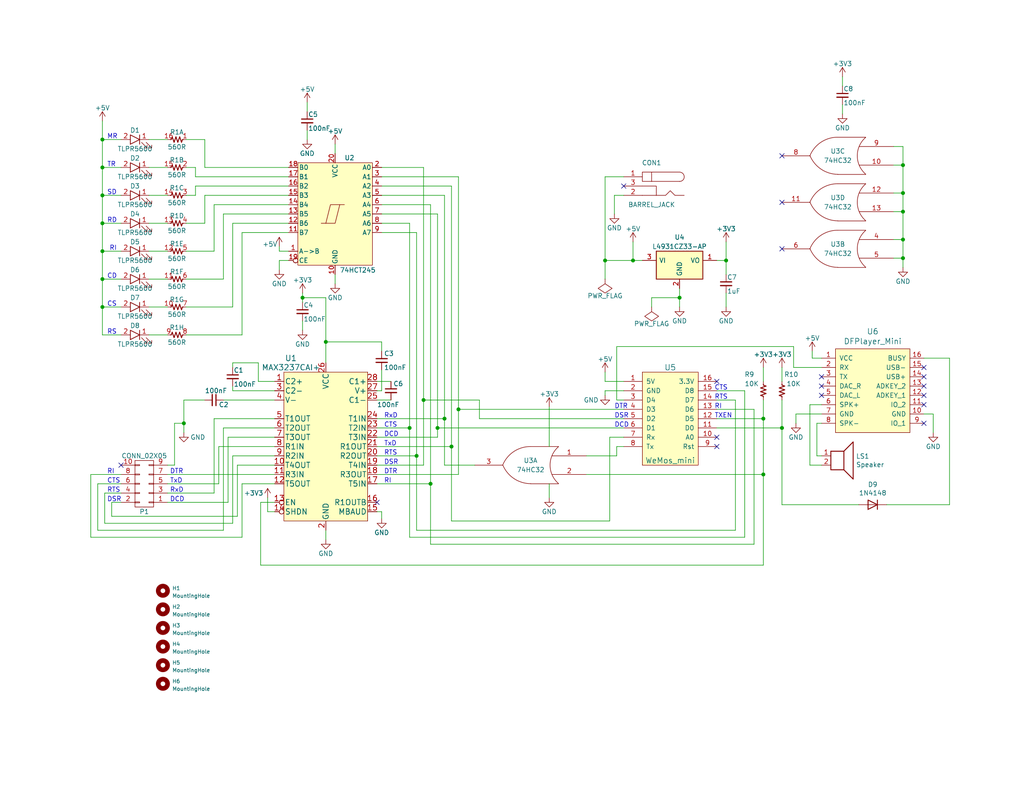
<source format=kicad_sch>
(kicad_sch (version 20211123) (generator eeschema)
  (paper "USLetter")
  (title_block (title "Retro WiFi modem") (date "2022-10-21") (rev "2.0"))
  (junction (at 125.095 111.76))
  (junction (at 185.42 81.28))
  (junction (at 208.28 114.3))
  (junction (at 246.38 57.785))
  (junction (at 117.475 132.08))
  (junction (at 246.38 45.085))
  (junction (at 246.38 70.485))
  (junction (at 113.665 124.46))
  (junction (at 172.72 71.12))
  (junction (at 50.165 115.57))
  (junction (at 27.94 83.82))
  (junction (at 27.94 68.58))
  (junction (at 27.94 38.1))
  (junction (at 119.38 116.84))
  (junction (at 27.94 53.34))
  (junction (at 82.55 81.28))
  (junction (at 27.94 45.72))
  (junction (at 123.19 121.92))
  (junction (at 88.9 93.345))
  (junction (at 121.285 114.3))
  (junction (at 246.38 65.405))
  (junction (at 213.36 116.84))
  (junction (at 111.76 116.84))
  (junction (at 27.94 76.2))
  (junction (at 208.28 129.54))
  (junction (at 198.12 71.12))
  (junction (at 165.1 71.12))
  (junction (at 115.57 109.22))
  (junction (at 246.38 52.705))
  (junction (at 27.94 60.96))
  (no_connect (at 195.58 119.38))
  (no_connect (at 224.155 105.41))
  (no_connect (at 252.095 107.95))
  (no_connect (at 252.095 110.49))
  (no_connect (at 224.155 102.87))
  (no_connect (at 252.095 115.57))
  (no_connect (at 170.18 50.8))
  (no_connect (at 102.87 137.16))
  (no_connect (at 252.095 100.33))
  (no_connect (at 213.36 42.545))
  (no_connect (at 33.02 127))
  (no_connect (at 224.155 107.95))
  (no_connect (at 195.58 104.14))
  (no_connect (at 252.095 102.87))
  (no_connect (at 213.36 67.945))
  (no_connect (at 213.36 55.245))
  (no_connect (at 195.58 121.92))
  (no_connect (at 252.095 105.41))
  (wire (pts (xy 45.72 134.62) (xy 58.42 134.62)))
  (wire (pts (xy 66.04 132.08) (xy 74.93 132.08)))
  (wire (pts (xy 24.765 129.54) (xy 33.02 129.54)))
  (wire (pts (xy 40.64 38.1) (xy 45.72 38.1)))
  (wire (pts (xy 83.82 27.94) (xy 83.82 30.48)))
  (wire (pts (xy 246.38 45.085) (xy 246.38 52.705)))
  (wire (pts (xy 198.12 66.04) (xy 198.12 71.12)))
  (wire (pts (xy 229.87 28.575) (xy 229.87 31.115)))
  (wire (pts (xy 115.57 109.22) (xy 130.81 109.22)))
  (wire (pts (xy 33.02 60.96) (xy 27.94 60.96)))
  (wire (pts (xy 63.5 106.68) (xy 74.93 106.68)))
  (wire (pts (xy 28.575 142.875) (xy 63.5 142.875)))
  (wire (pts (xy 198.12 83.82) (xy 198.12 80.01)))
  (wire (pts (xy 160.02 124.46) (xy 168.275 124.46)))
  (wire (pts (xy 58.42 55.88) (xy 78.74 55.88)))
  (wire (pts (xy 115.57 45.72) (xy 115.57 109.22)))
  (wire (pts (xy 53.34 50.8) (xy 53.34 53.34)))
  (wire (pts (xy 27.94 33.02) (xy 27.94 38.1)))
  (wire (pts (xy 82.55 87.63) (xy 82.55 90.17)))
  (wire (pts (xy 66.04 146.685) (xy 24.765 146.685)))
  (wire (pts (xy 185.42 81.28) (xy 185.42 83.82)))
  (wire (pts (xy 58.42 114.3) (xy 74.93 114.3)))
  (wire (pts (xy 165.1 101.6) (xy 165.1 104.14)))
  (wire (pts (xy 246.38 40.005) (xy 246.38 45.085)))
  (wire (pts (xy 88.9 147.32) (xy 88.9 144.78)))
  (wire (pts (xy 27.94 38.1) (xy 27.94 45.72)))
  (wire (pts (xy 27.94 83.82) (xy 27.94 91.44)))
  (wire (pts (xy 166.37 119.38) (xy 170.18 119.38)))
  (wire (pts (xy 62.23 137.16) (xy 62.23 119.38)))
  (wire (pts (xy 111.76 60.96) (xy 104.14 60.96)))
  (wire (pts (xy 26.67 144.78) (xy 60.96 144.78)))
  (wire (pts (xy 149.86 135.89) (xy 149.86 132.08)))
  (wire (pts (xy 229.87 20.955) (xy 229.87 23.495)))
  (wire (pts (xy 121.285 53.34) (xy 121.285 114.3)))
  (wire (pts (xy 243.84 40.005) (xy 246.38 40.005)))
  (wire (pts (xy 60.96 58.42) (xy 60.96 76.2)))
  (wire (pts (xy 121.285 114.3) (xy 121.285 127)))
  (wire (pts (xy 50.8 83.82) (xy 63.5 83.82)))
  (wire (pts (xy 82.55 80.01) (xy 82.55 81.28)))
  (wire (pts (xy 82.55 81.28) (xy 82.55 82.55)))
  (wire (pts (xy 63.5 83.82) (xy 63.5 60.96)))
  (wire (pts (xy 53.34 48.26) (xy 78.74 48.26)))
  (wire (pts (xy 40.64 68.58) (xy 45.72 68.58)))
  (wire (pts (xy 27.94 68.58) (xy 27.94 76.2)))
  (wire (pts (xy 170.18 53.34) (xy 167.64 53.34)))
  (wire (pts (xy 111.76 116.84) (xy 102.87 116.84)))
  (wire (pts (xy 63.5 105.41) (xy 63.5 106.68)))
  (wire (pts (xy 113.665 144.78) (xy 113.665 124.46)))
  (wire (pts (xy 33.02 134.62) (xy 28.575 134.62)))
  (wire (pts (xy 27.94 53.34) (xy 27.94 60.96)))
  (wire (pts (xy 130.81 114.3) (xy 170.18 114.3)))
  (wire (pts (xy 33.02 45.72) (xy 27.94 45.72)))
  (wire (pts (xy 106.68 109.22) (xy 102.87 109.22)))
  (wire (pts (xy 50.165 109.22) (xy 50.165 115.57)))
  (wire (pts (xy 221.615 95.885) (xy 221.615 97.79)))
  (wire (pts (xy 66.04 132.08) (xy 66.04 146.685)))
  (wire (pts (xy 123.19 121.92) (xy 102.87 121.92)))
  (wire (pts (xy 220.98 110.49) (xy 224.155 110.49)))
  (wire (pts (xy 208.28 129.54) (xy 208.28 154.305)))
  (wire (pts (xy 47.625 115.57) (xy 50.165 115.57)))
  (wire (pts (xy 83.82 35.56) (xy 83.82 38.1)))
  (wire (pts (xy 113.665 63.5) (xy 104.14 63.5)))
  (wire (pts (xy 167.64 53.34) (xy 167.64 58.42)))
  (wire (pts (xy 117.475 55.88) (xy 117.475 132.08)))
  (wire (pts (xy 40.64 91.44) (xy 45.72 91.44)))
  (wire (pts (xy 119.38 116.84) (xy 119.38 119.38)))
  (wire (pts (xy 60.96 144.78) (xy 60.96 116.84)))
  (wire (pts (xy 222.885 115.57) (xy 222.885 124.46)))
  (wire (pts (xy 221.615 97.79) (xy 224.155 97.79)))
  (wire (pts (xy 33.02 53.34) (xy 27.94 53.34)))
  (wire (pts (xy 217.17 113.03) (xy 224.155 113.03)))
  (wire (pts (xy 170.18 116.84) (xy 119.38 116.84)))
  (wire (pts (xy 168.275 94.615) (xy 168.275 109.22)))
  (wire (pts (xy 166.37 142.24) (xy 166.37 119.38)))
  (wire (pts (xy 53.34 50.8) (xy 78.74 50.8)))
  (wire (pts (xy 40.64 53.34) (xy 45.72 53.34)))
  (wire (pts (xy 165.1 48.26) (xy 170.18 48.26)))
  (wire (pts (xy 246.38 57.785) (xy 246.38 65.405)))
  (wire (pts (xy 62.23 119.38) (xy 74.93 119.38)))
  (wire (pts (xy 70.485 104.14) (xy 70.485 99.06)))
  (wire (pts (xy 55.88 38.1) (xy 50.8 38.1)))
  (wire (pts (xy 123.19 142.24) (xy 166.37 142.24)))
  (wire (pts (xy 115.57 127) (xy 102.87 127)))
  (wire (pts (xy 259.08 97.79) (xy 259.08 137.795)))
  (wire (pts (xy 60.96 109.22) (xy 74.93 109.22)))
  (wire (pts (xy 58.42 134.62) (xy 58.42 114.3)))
  (wire (pts (xy 121.285 53.34) (xy 104.14 53.34)))
  (wire (pts (xy 117.475 132.08) (xy 117.475 148.59)))
  (wire (pts (xy 63.5 60.96) (xy 78.74 60.96)))
  (wire (pts (xy 71.12 137.16) (xy 74.93 137.16)))
  (wire (pts (xy 113.665 124.46) (xy 113.665 63.5)))
  (wire (pts (xy 30.48 137.16) (xy 30.48 140.97)))
  (wire (pts (xy 203.2 106.68) (xy 203.2 146.685)))
  (wire (pts (xy 172.72 71.12) (xy 175.26 71.12)))
  (wire (pts (xy 50.165 109.22) (xy 55.88 109.22)))
  (wire (pts (xy 246.38 65.405) (xy 246.38 70.485)))
  (wire (pts (xy 102.87 114.3) (xy 121.285 114.3)))
  (wire (pts (xy 119.38 58.42) (xy 119.38 116.84)))
  (wire (pts (xy 125.095 129.54) (xy 102.87 129.54)))
  (wire (pts (xy 104.14 93.345) (xy 88.9 93.345)))
  (wire (pts (xy 58.42 55.88) (xy 58.42 68.58)))
  (wire (pts (xy 208.28 109.22) (xy 208.28 114.3)))
  (wire (pts (xy 160.02 129.54) (xy 208.28 129.54)))
  (wire (pts (xy 27.94 45.72) (xy 27.94 53.34)))
  (wire (pts (xy 208.28 100.33) (xy 208.28 104.14)))
  (wire (pts (xy 40.64 83.82) (xy 45.72 83.82)))
  (wire (pts (xy 117.475 55.88) (xy 104.14 55.88)))
  (wire (pts (xy 63.5 124.46) (xy 74.93 124.46)))
  (wire (pts (xy 123.19 121.92) (xy 123.19 142.24)))
  (wire (pts (xy 246.38 70.485) (xy 246.38 73.025)))
  (wire (pts (xy 213.36 116.84) (xy 195.58 116.84)))
  (wire (pts (xy 149.86 111.125) (xy 149.86 121.92)))
  (wire (pts (xy 168.275 124.46) (xy 168.275 121.92)))
  (wire (pts (xy 50.165 115.57) (xy 50.165 118.11)))
  (wire (pts (xy 104.14 100.965) (xy 104.14 106.68)))
  (wire (pts (xy 70.485 104.14) (xy 74.93 104.14)))
  (wire (pts (xy 216.535 94.615) (xy 168.275 94.615)))
  (wire (pts (xy 208.28 114.3) (xy 195.58 114.3)))
  (wire (pts (xy 63.5 99.06) (xy 63.5 100.33)))
  (wire (pts (xy 45.72 137.16) (xy 62.23 137.16)))
  (wire (pts (xy 222.885 124.46) (xy 224.155 124.46)))
  (wire (pts (xy 172.72 71.12) (xy 172.72 66.04)))
  (wire (pts (xy 82.55 81.28) (xy 88.9 81.28)))
  (wire (pts (xy 27.94 76.2) (xy 27.94 83.82)))
  (wire (pts (xy 76.2 71.12) (xy 76.2 73.66)))
  (wire (pts (xy 123.19 50.8) (xy 123.19 121.92)))
  (wire (pts (xy 165.1 107.95) (xy 165.1 106.68)))
  (wire (pts (xy 102.87 132.08) (xy 117.475 132.08)))
  (wire (pts (xy 220.98 127) (xy 220.98 110.49)))
  (wire (pts (xy 198.12 71.12) (xy 198.12 74.93)))
  (wire (pts (xy 165.1 71.12) (xy 172.72 71.12)))
  (wire (pts (xy 203.2 146.685) (xy 111.76 146.685)))
  (wire (pts (xy 47.625 127) (xy 45.72 127)))
  (wire (pts (xy 53.34 45.72) (xy 53.34 48.26)))
  (wire (pts (xy 165.1 106.68) (xy 170.18 106.68)))
  (wire (pts (xy 55.88 60.96) (xy 55.88 53.34)))
  (wire (pts (xy 45.72 76.2) (xy 40.64 76.2)))
  (wire (pts (xy 45.72 60.96) (xy 40.64 60.96)))
  (wire (pts (xy 115.57 109.22) (xy 115.57 127)))
  (wire (pts (xy 26.67 144.78) (xy 26.67 132.08)))
  (wire (pts (xy 243.84 65.405) (xy 246.38 65.405)))
  (wire (pts (xy 246.38 45.085) (xy 243.84 45.085)))
  (wire (pts (xy 71.12 154.305) (xy 208.28 154.305)))
  (wire (pts (xy 243.84 57.785) (xy 246.38 57.785)))
  (wire (pts (xy 60.96 76.2) (xy 50.8 76.2)))
  (wire (pts (xy 224.155 127) (xy 220.98 127)))
  (wire (pts (xy 185.42 78.74) (xy 185.42 81.28)))
  (wire (pts (xy 53.34 53.34) (xy 50.8 53.34)))
  (wire (pts (xy 66.04 91.44) (xy 50.8 91.44)))
  (wire (pts (xy 59.69 121.92) (xy 74.93 121.92)))
  (wire (pts (xy 33.02 83.82) (xy 27.94 83.82)))
  (wire (pts (xy 88.9 93.345) (xy 88.9 99.06)))
  (wire (pts (xy 259.08 137.795) (xy 241.935 137.795)))
  (wire (pts (xy 66.04 63.5) (xy 78.74 63.5)))
  (wire (pts (xy 125.095 111.76) (xy 125.095 129.54)))
  (wire (pts (xy 111.76 146.685) (xy 111.76 116.84)))
  (wire (pts (xy 198.12 71.12) (xy 195.58 71.12)))
  (wire (pts (xy 117.475 148.59) (xy 205.74 148.59)))
  (wire (pts (xy 30.48 140.97) (xy 64.77 140.97)))
  (wire (pts (xy 76.2 67.31) (xy 76.2 68.58)))
  (wire (pts (xy 47.625 115.57) (xy 47.625 127)))
  (wire (pts (xy 168.275 121.92) (xy 170.18 121.92)))
  (wire (pts (xy 50.8 45.72) (xy 53.34 45.72)))
  (wire (pts (xy 60.96 58.42) (xy 78.74 58.42)))
  (wire (pts (xy 130.81 109.22) (xy 130.81 114.3)))
  (wire (pts (xy 165.1 71.12) (xy 165.1 76.2)))
  (wire (pts (xy 73.025 135.89) (xy 73.025 139.7)))
  (wire (pts (xy 224.155 100.33) (xy 216.535 100.33)))
  (wire (pts (xy 200.66 144.78) (xy 113.665 144.78)))
  (wire (pts (xy 216.535 100.33) (xy 216.535 94.615)))
  (wire (pts (xy 111.76 116.84) (xy 111.76 60.96)))
  (wire (pts (xy 55.88 45.72) (xy 55.88 38.1)))
  (wire (pts (xy 50.8 60.96) (xy 55.88 60.96)))
  (wire (pts (xy 254.635 113.03) (xy 252.095 113.03)))
  (wire (pts (xy 55.88 45.72) (xy 78.74 45.72)))
  (wire (pts (xy 104.14 141.605) (xy 104.14 139.7)))
  (wire (pts (xy 70.485 99.06) (xy 63.5 99.06)))
  (wire (pts (xy 45.72 45.72) (xy 40.64 45.72)))
  (wire (pts (xy 78.74 71.12) (xy 76.2 71.12)))
  (wire (pts (xy 58.42 68.58) (xy 50.8 68.58)))
  (wire (pts (xy 106.68 104.14) (xy 102.87 104.14)))
  (wire (pts (xy 27.94 60.96) (xy 27.94 68.58)))
  (wire (pts (xy 213.36 116.84) (xy 213.36 137.795)))
  (wire (pts (xy 104.14 95.885) (xy 104.14 93.345)))
  (wire (pts (xy 27.94 91.44) (xy 33.02 91.44)))
  (wire (pts (xy 33.02 38.1) (xy 27.94 38.1)))
  (wire (pts (xy 104.14 106.68) (xy 102.87 106.68)))
  (wire (pts (xy 59.69 132.08) (xy 59.69 121.92)))
  (wire (pts (xy 177.8 81.28) (xy 185.42 81.28)))
  (wire (pts (xy 113.665 124.46) (xy 102.87 124.46)))
  (wire (pts (xy 246.38 52.705) (xy 243.84 52.705)))
  (wire (pts (xy 73.025 139.7) (xy 74.93 139.7)))
  (wire (pts (xy 115.57 45.72) (xy 104.14 45.72)))
  (wire (pts (xy 104.14 50.8) (xy 123.19 50.8)))
  (wire (pts (xy 121.285 127) (xy 129.54 127)))
  (wire (pts (xy 254.635 118.11) (xy 254.635 113.03)))
  (wire (pts (xy 64.77 140.97) (xy 64.77 127)))
  (wire (pts (xy 55.88 53.34) (xy 78.74 53.34)))
  (wire (pts (xy 200.66 109.22) (xy 200.66 144.78)))
  (wire (pts (xy 252.095 97.79) (xy 259.08 97.79)))
  (wire (pts (xy 28.575 134.62) (xy 28.575 142.875)))
  (wire (pts (xy 246.38 52.705) (xy 246.38 57.785)))
  (wire (pts (xy 71.12 137.16) (xy 71.12 154.305)))
  (wire (pts (xy 76.2 68.58) (xy 78.74 68.58)))
  (wire (pts (xy 195.58 109.22) (xy 200.66 109.22)))
  (wire (pts (xy 26.67 132.08) (xy 33.02 132.08)))
  (wire (pts (xy 63.5 142.875) (xy 63.5 124.46)))
  (wire (pts (xy 217.17 113.03) (xy 217.17 115.57)))
  (wire (pts (xy 224.155 115.57) (xy 222.885 115.57)))
  (wire (pts (xy 243.84 70.485) (xy 246.38 70.485)))
  (wire (pts (xy 168.275 109.22) (xy 170.18 109.22)))
  (wire (pts (xy 33.02 76.2) (xy 27.94 76.2)))
  (wire (pts (xy 177.8 83.82) (xy 177.8 81.28)))
  (wire (pts (xy 125.095 48.26) (xy 125.095 111.76)))
  (wire (pts (xy 91.44 77.47) (xy 91.44 74.93)))
  (wire (pts (xy 208.28 114.3) (xy 208.28 129.54)))
  (wire (pts (xy 45.72 129.54) (xy 74.93 129.54)))
  (wire (pts (xy 165.1 48.26) (xy 165.1 71.12)))
  (wire (pts (xy 213.36 100.33) (xy 213.36 104.14)))
  (wire (pts (xy 195.58 106.68) (xy 203.2 106.68)))
  (wire (pts (xy 64.77 127) (xy 74.93 127)))
  (wire (pts (xy 165.1 104.14) (xy 170.18 104.14)))
  (wire (pts (xy 24.765 146.685) (xy 24.765 129.54)))
  (wire (pts (xy 213.36 137.795) (xy 234.315 137.795)))
  (wire (pts (xy 213.36 109.22) (xy 213.36 116.84)))
  (wire (pts (xy 60.96 116.84) (xy 74.93 116.84)))
  (wire (pts (xy 88.9 81.28) (xy 88.9 93.345)))
  (wire (pts (xy 104.14 48.26) (xy 125.095 48.26)))
  (wire (pts (xy 170.18 111.76) (xy 125.095 111.76)))
  (wire (pts (xy 195.58 111.76) (xy 205.74 111.76)))
  (wire (pts (xy 33.02 137.16) (xy 30.48 137.16)))
  (wire (pts (xy 91.44 39.37) (xy 91.44 41.91)))
  (wire (pts (xy 119.38 58.42) (xy 104.14 58.42)))
  (wire (pts (xy 205.74 148.59) (xy 205.74 111.76)))
  (wire (pts (xy 33.02 68.58) (xy 27.94 68.58)))
  (wire (pts (xy 66.04 63.5) (xy 66.04 91.44)))
  (wire (pts (xy 104.14 139.7) (xy 102.87 139.7)))
  (wire (pts (xy 45.72 132.08) (xy 59.69 132.08)))
  (wire (pts (xy 119.38 119.38) (xy 102.87 119.38)))
  (text "CD" (at 29.21 76.2 0) (effects (font (size 1.27 1.27)) (justify left bottom)))
  (text "DCD" (at 167.64 116.84 0) (effects (font (size 1.27 1.27)) (justify left bottom)))
  (text "CTS" (at 194.945 106.68 0) (effects (font (size 1.27 1.27)) (justify left bottom)))
  (text "DSR" (at 104.775 127 0) (effects (font (size 1.27 1.27)) (justify left bottom)))
  (text "CTS" (at 29.21 132.08 0) (effects (font (size 1.27 1.27)) (justify left bottom)))
  (text "TxD" (at 46.355 132.08 0) (effects (font (size 1.27 1.27)) (justify left bottom)))
  (text "TxD" (at 104.775 121.92 0) (effects (font (size 1.27 1.27)) (justify left bottom)))
  (text "DTR" (at 167.64 111.76 0) (effects (font (size 1.27 1.27)) (justify left bottom)))
  (text "MR" (at 29.21 38.1 0) (effects (font (size 1.27 1.27)) (justify left bottom)))
  (text "DCD" (at 46.355 137.16 0) (effects (font (size 1.27 1.27)) (justify left bottom)))
  (text "CTS" (at 104.775 116.84 0) (effects (font (size 1.27 1.27)) (justify left bottom)))
  (text "RI" (at 104.775 132.08 0) (effects (font (size 1.27 1.27)) (justify left bottom)))
  (text "RI" (at 194.945 111.76 0) (effects (font (size 1.27 1.27)) (justify left bottom)))
  (text "RI" (at 29.21 129.54 0) (effects (font (size 1.27 1.27)) (justify left bottom)))
  (text "RxD" (at 104.775 114.3 0) (effects (font (size 1.27 1.27)) (justify left bottom)))
  (text "RTS" (at 104.775 124.46 0) (effects (font (size 1.27 1.27)) (justify left bottom)))
  (text "CS" (at 29.21 83.82 0) (effects (font (size 1.27 1.27)) (justify left bottom)))
  (text "DSR" (at 167.64 114.3 0) (effects (font (size 1.27 1.27)) (justify left bottom)))
  (text "RD" (at 29.21 60.96 0) (effects (font (size 1.27 1.27)) (justify left bottom)))
  (text "SD" (at 29.21 53.34 0) (effects (font (size 1.27 1.27)) (justify left bottom)))
  (text "RTS" (at 194.945 109.22 0) (effects (font (size 1.27 1.27)) (justify left bottom)))
  (text "DCD" (at 104.775 119.38 0) (effects (font (size 1.27 1.27)) (justify left bottom)))
  (text "DTR" (at 46.355 129.54 0) (effects (font (size 1.27 1.27)) (justify left bottom)))
  (text "DTR" (at 104.775 129.54 0) (effects (font (size 1.27 1.27)) (justify left bottom)))
  (text "TR" (at 29.21 45.72 0) (effects (font (size 1.27 1.27)) (justify left bottom)))
  (text "RS" (at 29.21 91.44 0) (effects (font (size 1.27 1.27)) (justify left bottom)))
  (text "TXEN" (at 194.945 114.3 0) (effects (font (size 1.27 1.27)) (justify left bottom)))
  (text "DSR" (at 29.21 137.16 0) (effects (font (size 1.27 1.27)) (justify left bottom)))
  (text "RTS" (at 29.21 134.62 0) (effects (font (size 1.27 1.27)) (justify left bottom)))
  (text "RxD" (at 46.355 134.62 0) (effects (font (size 1.27 1.27)) (justify left bottom)))
  (text "RI" (at 29.845 68.58 0) (effects (font (size 1.27 1.27)) (justify left bottom)))
  (symbol (lib_id "RetroWiFiModem:CONN_02X05") (at 39.37 132.08 180) (unit 1)
    (property "Reference" "P1" (at 39.37 139.7 0))
    (property "Value" "CONN_02X05" (at 39.37 124.46 0))
    (property "Footprint" "modules:IDC_Header_Straight_10pins" (effects hide))
    (property "Datasheet" "http://www.on-shore.com/wp-content/uploads/2018/04/302-SXX1.pdf" (effects hide))
    (property "DigiKey PN" "ED1543-ND" (effects hide))
    (property "Price" "0.40" (effects hide))
  )
  (symbol (lib_id "RetroWiFiModem:74LS32") (at 144.78 127 0) (mirror y) (unit 1)
    (property "Reference" "U3" (at 144.78 125.73 0))
    (property "Value" "74HC32" (at 144.78 128.27 0))
    (property "Footprint" "modules:SOIC-14_3.9x8.7mm_P1.27mm" (effects hide))
    (property "Datasheet" "http://www.ti.com/lit/gpn/sn74hc32" (effects hide))
    (property "DigiKey PN" "296-1589-5-ND" (effects hide))
    (property "Price" "0.63" (effects hide))
  )
  (symbol (lib_id "RetroWiFiModem:LM2931AZ-3.3_5.0") (at 185.42 72.39 0) (unit 1)
    (property "Reference" "U4" (at 185.42 64.77 0))
    (property "Value" "L4931CZ33-AP" (at 185.42 67.31 0))
    (property "Footprint" "modules:TO-92_Inline_Wide" (effects hide))
    (property "Datasheet" "https://www.onsemi.com/pub/Collateral/LP2950-D.PDF" (effects hide))
    (property "DigiKey PN" "LP2950ACZ-3.3GOS-ND" (effects hide))
    (property "Price" "1.14" (effects hide))
  )
  (symbol (lib_id "RetroWiFiModem:+3V3") (at 208.28 100.33 0) (unit 1)
    (property "Reference" "#PWR01" (effects hide))
    (property "Value" "+3V3" (at 208.28 96.774 0))
  )
  (symbol (lib_id "RetroWiFiModem:LED") (at 36.83 53.34 0) (mirror y) (unit 1)
    (property "Reference" "D3" (at 36.83 50.8 0))
    (property "Value" "TLPR5600" (at 36.83 55.88 0))
    (property "Footprint" "modules:LED-3MM" (effects hide))
    (property "Datasheet" "http://www.vishay.com/docs/83043/tlpg5600.pdf" (effects hide))
    (property "DigiKey PN" "TLPR5600-ND" (effects hide))
    (property "Price" "0.81" (effects hide))
  )
  (symbol (lib_id "RetroWiFiModem:LED") (at 36.83 60.96 0) (mirror y) (unit 1)
    (property "Reference" "D4" (at 36.83 58.42 0))
    (property "Value" "TLPR5600" (at 36.83 63.5 0))
    (property "Footprint" "modules:LED-3MM" (effects hide))
    (property "Datasheet" "http://www.vishay.com/docs/83043/tlpg5600.pdf" (effects hide))
    (property "DigiKey PN" "TLPR5600-ND" (effects hide))
    (property "Price" "0.81" (effects hide))
  )
  (symbol (lib_id "RetroWiFiModem:LED") (at 36.83 45.72 0) (mirror y) (unit 1)
    (property "Reference" "D2" (at 36.83 43.18 0))
    (property "Value" "TLPR5600" (at 36.83 48.26 0))
    (property "Footprint" "modules:LED-3MM" (effects hide))
    (property "Datasheet" "http://www.vishay.com/docs/83043/tlpg5600.pdf" (effects hide))
    (property "DigiKey PN" "TLPR5600-ND" (effects hide))
    (property "Price" "0.81" (effects hide))
  )
  (symbol (lib_id "RetroWiFiModem:LED") (at 36.83 38.1 0) (mirror y) (unit 1)
    (property "Reference" "D1" (at 36.83 35.56 0))
    (property "Value" "TLPR5600" (at 36.83 40.64 0))
    (property "Footprint" "modules:LED-3MM" (effects hide))
    (property "Datasheet" "http://www.vishay.com/docs/83043/tlpg5600.pdf" (effects hide))
    (property "DigiKey PN" "TLPR5600-ND" (effects hide))
    (property "Price" "0.81" (effects hide))
  )
  (symbol (lib_id "RetroWiFiModem:LED") (at 36.83 68.58 0) (mirror y) (unit 1)
    (property "Reference" "D5" (at 36.83 66.04 0))
    (property "Value" "TLPR5600" (at 36.83 71.12 0))
    (property "Footprint" "modules:LED-3MM" (effects hide))
    (property "Datasheet" "http://www.vishay.com/docs/83043/tlpg5600.pdf" (effects hide))
    (property "DigiKey PN" "TLPR5600-ND" (effects hide))
    (property "Price" "0.81" (effects hide))
  )
  (symbol (lib_id "RetroWiFiModem:LED") (at 36.83 76.2 0) (mirror y) (unit 1)
    (property "Reference" "D6" (at 36.83 73.66 0))
    (property "Value" "TLPR5600" (at 36.83 78.74 0))
    (property "Footprint" "modules:LED-3MM" (effects hide))
    (property "Datasheet" "http://www.vishay.com/docs/83043/tlpg5600.pdf" (effects hide))
    (property "DigiKey PN" "TLPR5600-ND" (effects hide))
    (property "Price" "0.81" (effects hide))
  )
  (symbol (lib_id "RetroWiFiModem:LED") (at 36.83 83.82 0) (mirror y) (unit 1)
    (property "Reference" "D7" (at 36.83 81.28 0))
    (property "Value" "TLPR5600" (at 36.83 86.36 0))
    (property "Footprint" "modules:LED-3MM" (effects hide))
    (property "Datasheet" "http://www.vishay.com/docs/83043/tlpg5600.pdf" (effects hide))
    (property "DigiKey PN" "TLPR5600-ND" (effects hide))
    (property "Price" "0.81" (effects hide))
  )
  (symbol (lib_id "RetroWiFiModem:LED") (at 36.83 91.44 0) (mirror y) (unit 1)
    (property "Reference" "D8" (at 36.83 88.9 0))
    (property "Value" "TLPR5600" (at 36.83 93.98 0))
    (property "Footprint" "modules:LED-3MM" (effects hide))
    (property "Datasheet" "http://www.vishay.com/docs/83043/tlpg5600.pdf" (effects hide))
    (property "DigiKey PN" "TLPR5600-ND" (effects hide))
    (property "Price" "0.81" (effects hide))
  )
  (symbol (lib_id "RetroWiFiModem:+5V") (at 27.94 33.02 0) (unit 1)
    (property "Reference" "#PWR02" (effects hide))
    (property "Value" "+5V" (at 27.94 29.464 0))
  )
  (symbol (lib_id "RetroWiFiModem:GND") (at 76.2 73.66 0) (unit 1)
    (property "Reference" "#PWR03" (effects hide))
    (property "Value" "GND" (at 76.2 77.47 0))
  )
  (symbol (lib_id "RetroWiFiModem:C_Small") (at 63.5 102.87 0) (unit 1)
    (property "Reference" "C1" (at 63.754 101.092 0) (effects (justify left)))
    (property "Value" "100nF" (at 63.754 104.902 0) (effects (justify left)))
    (property "Footprint" "modules:C_Disc_D3_P2.5" (effects hide))
    (property "Datasheet" "https://api.kemet.com/component-edge/download/specsheet/C315C104M5U5TA7303.pdf" (effects hide))
    (property "DigiKey PN" "399-9859-1-ND" (effects hide))
    (property "Price" "0.37" (effects hide))
  )
  (symbol (lib_id "RetroWiFiModem:C_Small") (at 106.68 106.68 0) (unit 1)
    (property "Reference" "C6" (at 107.315 104.775 0) (effects (justify left)))
    (property "Value" "100nF" (at 102.87 110.49 0) (effects (justify left)))
    (property "Footprint" "footprints:R3" (effects hide))
    (property "Datasheet" "https://content.kemet.com/datasheets/KEM_C1042_AXIMAX_Z5U.pdf" (effects hide))
    (property "DigiKey PN" "399-9843-ND" (effects hide))
    (property "Price" "0.34" (effects hide))
  )
  (symbol (lib_id "RetroWiFiModem:C_Small") (at 58.42 109.22 270) (unit 1)
    (property "Reference" "C2" (at 59.69 110.49 90) (effects (justify left)))
    (property "Value" "100nF" (at 55.88 106.68 90) (effects (justify left)))
    (property "Footprint" "modules:C_Disc_D3_P2.5" (effects hide))
    (property "Datasheet" "https://api.kemet.com/component-edge/download/specsheet/C315C104M5U5TA7303.pdf" (effects hide))
    (property "DigiKey PN" "399-9859-1-ND" (effects hide))
    (property "Price" "0.37" (effects hide))
  )
  (symbol (lib_id "RetroWiFiModem:C_Small") (at 104.14 98.425 0) (unit 1)
    (property "Reference" "C3" (at 104.775 96.52 0) (effects (justify left)))
    (property "Value" "100nF" (at 104.775 100.33 0) (effects (justify left)))
    (property "Footprint" "modules:C_Disc_D3_P2.5" (effects hide))
    (property "Datasheet" "https://api.kemet.com/component-edge/download/specsheet/C315C104M5U5TA7303.pdf" (effects hide))
    (property "DigiKey PN" "399-9859-1-ND" (effects hide))
    (property "Price" "0.37" (effects hide))
  )
  (symbol (lib_id "RetroWiFiModem:GND") (at 50.165 118.11 0) (unit 1)
    (property "Reference" "#PWR04" (effects hide))
    (property "Value" "GND" (at 53.975 119.38 0))
  )
  (symbol (lib_id "RetroWiFiModem:C_Small") (at 83.82 33.02 0) (unit 1)
    (property "Reference" "C5" (at 84.074 31.242 0) (effects (justify left)))
    (property "Value" "100nF" (at 84.074 35.052 0) (effects (justify left)))
    (property "Footprint" "modules:C_Disc_D3_P2.5" (effects hide))
    (property "Datasheet" "https://api.kemet.com/component-edge/download/specsheet/C315C104M5U5TA7303.pdf" (effects hide))
    (property "DigiKey PN" "399-9859-1-ND" (effects hide))
    (property "Price" "0.37" (effects hide))
  )
  (symbol (lib_id "RetroWiFiModem:GND") (at 83.82 38.1 0) (unit 1)
    (property "Reference" "#PWR05" (effects hide))
    (property "Value" "GND" (at 83.82 41.91 0))
  )
  (symbol (lib_id "RetroWiFiModem:+5V") (at 83.82 27.94 0) (unit 1)
    (property "Reference" "#PWR06" (effects hide))
    (property "Value" "+5V" (at 83.82 24.384 0))
  )
  (symbol (lib_id "RetroWiFiModem:C_Small") (at 82.55 85.09 0) (unit 1)
    (property "Reference" "C4" (at 82.804 83.312 0) (effects (justify left)))
    (property "Value" "100nF" (at 82.804 87.122 0) (effects (justify left)))
    (property "Footprint" "modules:C_Disc_D3_P2.5" (effects hide))
    (property "Datasheet" "https://api.kemet.com/component-edge/download/specsheet/C315C104M5U5TA7303.pdf" (effects hide))
    (property "DigiKey PN" "399-9859-1-ND" (effects hide))
    (property "Price" "0.37" (effects hide))
  )
  (symbol (lib_id "RetroWiFiModem:GND") (at 82.55 90.17 0) (unit 1)
    (property "Reference" "#PWR07" (effects hide))
    (property "Value" "GND" (at 82.55 93.98 0))
  )
  (symbol (lib_id "RetroWiFiModem:+3V3") (at 82.55 80.01 0) (unit 1)
    (property "Reference" "#PWR08" (effects hide))
    (property "Value" "+3V3" (at 82.55 76.454 0))
  )
  (symbol (lib_id "RetroWiFiModem:GND") (at 165.1 107.95 0) (unit 1)
    (property "Reference" "#PWR09" (effects hide))
    (property "Value" "GND" (at 161.29 109.22 0))
  )
  (symbol (lib_id "RetroWiFiModem:+5V") (at 165.1 101.6 0) (unit 1)
    (property "Reference" "#PWR010" (effects hide))
    (property "Value" "+5V" (at 165.1 98.044 0))
  )
  (symbol (lib_id "RetroWiFiModem:GND") (at 185.42 83.82 0) (unit 1)
    (property "Reference" "#PWR011" (effects hide))
    (property "Value" "GND" (at 185.42 87.63 0))
  )
  (symbol (lib_id "RetroWiFiModem:+5V") (at 172.72 66.04 0) (unit 1)
    (property "Reference" "#PWR012" (effects hide))
    (property "Value" "+5V" (at 172.72 62.484 0))
  )
  (symbol (lib_id "RetroWiFiModem:+3V3") (at 198.12 66.04 0) (unit 1)
    (property "Reference" "#PWR013" (effects hide))
    (property "Value" "+3V3" (at 198.12 62.484 0))
  )
  (symbol (lib_id "RetroWiFiModem:C_Small") (at 198.12 77.47 0) (unit 1)
    (property "Reference" "C7" (at 198.374 75.692 0) (effects (justify left)))
    (property "Value" "1uF" (at 198.374 79.502 0) (effects (justify left)))
    (property "Footprint" "modules:C_Disc_D3_P2.5" (effects hide))
    (property "Datasheet" "https://api.kemet.com/component-edge/download/datasheet/T350A105K035AT.pdf" (effects hide))
    (property "DigiKey PN" "399-3529-ND" (effects hide))
    (property "Price" "1.16" (effects hide))
  )
  (symbol (lib_id "RetroWiFiModem:GND") (at 198.12 83.82 0) (unit 1)
    (property "Reference" "#PWR014" (effects hide))
    (property "Value" "GND" (at 198.12 87.63 0))
  )
  (symbol (lib_id "RetroWiFiModem:GND") (at 88.9 147.32 0) (unit 1)
    (property "Reference" "#PWR015" (effects hide))
    (property "Value" "GND" (at 88.9 151.13 0))
  )
  (symbol (lib_id "RetroWiFiModem:74LS32") (at 228.6 67.945 0) (mirror y) (unit 2)
    (property "Reference" "U3" (at 228.6 66.675 0))
    (property "Value" "74HC32" (at 228.6 69.215 0))
    (property "Footprint" "modules:SOIC-14_3.9x8.7mm_P1.27mm" (effects hide))
    (property "Datasheet" "http://www.ti.com/lit/gpn/sn74hc32" (effects hide))
    (property "DigiKey PN" "296-1589-5-ND" (effects hide))
    (property "Price" "0.63" (effects hide))
  )
  (symbol (lib_id "RetroWiFiModem:74LS32") (at 228.6 42.545 0) (mirror y) (unit 3)
    (property "Reference" "U3" (at 228.6 41.275 0))
    (property "Value" "74HC32" (at 228.6 43.815 0))
    (property "Footprint" "modules:SOIC-14_3.9x8.7mm_P1.27mm" (effects hide))
    (property "Datasheet" "http://www.ti.com/lit/gpn/sn74hc32" (effects hide))
    (property "DigiKey PN" "296-1589-5-ND" (effects hide))
    (property "Price" "0.63" (effects hide))
  )
  (symbol (lib_id "RetroWiFiModem:74LS32") (at 228.6 55.245 0) (mirror y) (unit 4)
    (property "Reference" "U3" (at 228.6 53.975 0))
    (property "Value" "74HC32" (at 228.6 56.515 0))
    (property "Footprint" "modules:SOIC-14_3.9x8.7mm_P1.27mm" (effects hide))
    (property "Datasheet" "http://www.ti.com/lit/gpn/sn74hc32" (effects hide))
    (property "DigiKey PN" "296-1589-5-ND" (effects hide))
    (property "Price" "0.63" (effects hide))
  )
  (symbol (lib_id "RetroWiFiModem:+3V3") (at 149.86 111.125 0) (unit 1)
    (property "Reference" "#PWR016" (effects hide))
    (property "Value" "+3V3" (at 149.86 107.569 0))
  )
  (symbol (lib_id "RetroWiFiModem:GND") (at 149.86 135.89 0) (unit 1)
    (property "Reference" "#PWR017" (effects hide))
    (property "Value" "GND" (at 149.86 139.7 0))
  )
  (symbol (lib_id "RetroWiFiModem:PWR_FLAG") (at 177.8 83.82 180) (unit 1)
    (property "Reference" "#FLG018" (effects hide))
    (property "Value" "PWR_FLAG" (at 177.8 88.392 0))
  )
  (symbol (lib_id "RetroWiFiModem:C_Small") (at 229.87 26.035 0) (unit 1)
    (property "Reference" "C8" (at 230.124 24.257 0) (effects (justify left)))
    (property "Value" "100nF" (at 230.124 28.067 0) (effects (justify left)))
    (property "Footprint" "modules:C_Disc_D3_P2.5" (effects hide))
    (property "Datasheet" "https://api.kemet.com/component-edge/download/specsheet/C315C104M5U5TA7303.pdf" (effects hide))
    (property "DigiKey PN" "399-9859-1-ND" (effects hide))
    (property "Price" "0.37" (effects hide))
  )
  (symbol (lib_id "RetroWiFiModem:GND") (at 229.87 31.115 0) (unit 1)
    (property "Reference" "#PWR019" (effects hide))
    (property "Value" "GND" (at 229.87 34.925 0))
  )
  (symbol (lib_id "RetroWiFiModem:+3V3") (at 229.87 20.955 0) (unit 1)
    (property "Reference" "#PWR020" (effects hide))
    (property "Value" "+3V3" (at 229.87 17.399 0))
  )
  (symbol (lib_id "RetroWiFiModem:+5V") (at 91.44 39.37 0) (unit 1)
    (property "Reference" "#PWR021" (effects hide))
    (property "Value" "+5V" (at 91.44 35.814 0))
  )
  (symbol (lib_id "RetroWiFiModem:GND") (at 91.44 77.47 0) (unit 1)
    (property "Reference" "#PWR022" (effects hide))
    (property "Value" "GND" (at 91.44 81.28 0))
  )
  (symbol (lib_id "RetroWiFiModem:GND") (at 167.64 58.42 0) (unit 1)
    (property "Reference" "#PWR023" (effects hide))
    (property "Value" "GND" (at 167.64 62.23 0))
  )
  (symbol (lib_id "RetroWiFiModem:PWR_FLAG") (at 165.1 76.2 180) (unit 1)
    (property "Reference" "#FLG024" (effects hide))
    (property "Value" "PWR_FLAG" (at 165.1 80.772 0))
  )
  (symbol (lib_id "RetroWiFiModem:BARREL_JACK") (at 177.8 50.8 0) (mirror y) (unit 1)
    (property "Reference" "CON1" (at 177.8 44.45 0))
    (property "Value" "BARREL_JACK" (at 177.8 55.88 0))
    (property "Footprint" "footprints:BarrelJack_Horizontal" (effects hide))
    (property "Datasheet" "http://www.tensility.com/pdffiles/54-00166.pdf" (effects hide))
    (property "DigiKey PN" "839-54-00166-ND" (effects hide))
    (property "Price" "0.72" (effects hide))
  )
  (symbol (lib_id "RetroWiFiModem:GND") (at 246.38 73.025 0) (unit 1)
    (property "Reference" "#PWR025" (effects hide))
    (property "Value" "GND" (at 246.38 76.835 0))
  )
  (symbol (lib_id "RetroWiFiModem:R_Pack08_US_Split") (at 48.26 91.44 90) (unit 8)
    (property "Reference" "R1" (at 48.26 89.408 90))
    (property "Value" "560R" (at 48.26 93.472 90))
    (property "Footprint" "modules:DIP-16_W7.62mm_LongPads" (effects hide))
    (property "Datasheet" "https://www.seielect.com/catalog/sei-cf_cfm.pdf" (effects hide))
    (property "DigiKey PN" "CF18JT560RCT-ND" (effects hide))
    (property "Price" "0.16" (effects hide))
  )
  (symbol (lib_id "RetroWiFiModem:R_Pack08_US_Split") (at 48.26 83.82 90) (unit 7)
    (property "Reference" "R1" (at 48.26 81.788 90))
    (property "Value" "560R" (at 48.26 85.852 90))
    (property "Footprint" "modules:DIP-16_W7.62mm_LongPads" (effects hide))
    (property "Datasheet" "https://www.seielect.com/catalog/sei-cf_cfm.pdf" (effects hide))
    (property "DigiKey PN" "CF18JT560RCT-ND" (effects hide))
    (property "Price" "0.16" (effects hide))
  )
  (symbol (lib_id "RetroWiFiModem:R_Pack08_US_Split") (at 48.26 76.2 90) (unit 6)
    (property "Reference" "R1" (at 48.26 74.168 90))
    (property "Value" "560R" (at 48.26 78.232 90))
    (property "Footprint" "modules:DIP-16_W7.62mm_LongPads" (effects hide))
    (property "Datasheet" "https://www.seielect.com/catalog/sei-cf_cfm.pdf" (effects hide))
    (property "DigiKey PN" "CF18JT560RCT-ND" (effects hide))
    (property "Price" "0.16" (effects hide))
  )
  (symbol (lib_id "RetroWiFiModem:R_Pack08_US_Split") (at 48.26 68.58 90) (unit 5)
    (property "Reference" "R1" (at 48.26 66.548 90))
    (property "Value" "560R" (at 48.26 70.612 90))
    (property "Footprint" "modules:DIP-16_W7.62mm_LongPads" (effects hide))
    (property "Datasheet" "https://www.seielect.com/catalog/sei-cf_cfm.pdf" (effects hide))
    (property "DigiKey PN" "CF18JT560RCT-ND" (effects hide))
    (property "Price" "0.16" (effects hide))
  )
  (symbol (lib_id "RetroWiFiModem:R_Pack08_US_Split") (at 48.26 60.96 90) (unit 4)
    (property "Reference" "R1" (at 48.26 58.928 90))
    (property "Value" "560R" (at 48.26 62.992 90))
    (property "Footprint" "modules:DIP-16_W7.62mm_LongPads" (effects hide))
    (property "Datasheet" "https://www.seielect.com/catalog/sei-cf_cfm.pdf" (effects hide))
    (property "DigiKey PN" "CF18JT560RCT-ND" (effects hide))
    (property "Price" "0.16" (effects hide))
  )
  (symbol (lib_id "RetroWiFiModem:R_Pack08_US_Split") (at 48.26 53.34 90) (unit 3)
    (property "Reference" "R1" (at 48.26 51.308 90))
    (property "Value" "560R" (at 48.26 55.372 90))
    (property "Footprint" "modules:DIP-16_W7.62mm_LongPads" (effects hide))
    (property "Datasheet" "https://www.seielect.com/catalog/sei-cf_cfm.pdf" (effects hide))
    (property "DigiKey PN" "CF18JT560RCT-ND" (effects hide))
    (property "Price" "0.16" (effects hide))
  )
  (symbol (lib_id "RetroWiFiModem:R_Pack08_US_Split") (at 48.26 45.72 90) (unit 2)
    (property "Reference" "R1" (at 48.26 43.688 90))
    (property "Value" "560R" (at 48.26 47.752 90))
    (property "Footprint" "modules:DIP-16_W7.62mm_LongPads" (effects hide))
    (property "Datasheet" "https://www.seielect.com/catalog/sei-cf_cfm.pdf" (effects hide))
    (property "DigiKey PN" "CF18JT560RCT-ND" (effects hide))
    (property "Price" "0.16" (effects hide))
  )
  (symbol (lib_id "RetroWiFiModem:R_Pack08_US_Split") (at 48.26 38.1 90) (unit 1)
    (property "Reference" "R1" (at 48.26 36.068 90))
    (property "Value" "560R" (at 48.26 40.132 90))
    (property "Footprint" "modules:DIP-16_W7.62mm_LongPads" (effects hide))
    (property "Datasheet" "https://www.seielect.com/catalog/sei-cf_cfm.pdf" (effects hide))
    (property "DigiKey PN" "CF18JT560RCT-ND" (effects hide))
    (property "Price" "0.16" (effects hide))
  )
  (symbol (lib_id "RetroWiFiModem:R_US") (at 208.28 106.68 0) (unit 1)
    (property "Reference" "R9" (at 204.47 102.235 0))
    (property "Value" "10K" (at 205.105 104.775 0))
    (property "Footprint" "footprints:R3" (effects hide))
    (property "Datasheet" "https://www.seielect.com/catalog/sei-cf_cfm.pdf" (effects hide))
    (property "DigiKey PN" "CF18JT10K0CT-ND" (effects hide))
    (property "Price" "0.16" (effects hide))
  )
  (symbol (lib_id "RetroWiFiModem:MAX3237CAI+") (at 88.9 119.38 0) (unit 1)
    (property "Reference" "U1" (at 79.375 97.79 0) (effects (font (size 1.524 1.524))))
    (property "Value" "MAX3237CAI+" (at 79.375 100.33 0) (effects (font (size 1.524 1.524))))
    (property "Footprint" "modules:SOIC-28W_7.5x17.9mm_Pitch1.27mm" (effects hide))
  )
  (symbol (lib_id "RetroWiFiModem:74LS245A") (at 91.44 58.42 0) (unit 1)
    (property "Reference" "U2" (at 93.98 43.815 0) (effects (justify left bottom)))
    (property "Value" "74HCT245" (at 92.71 73.025 0) (effects (justify left top)))
    (property "Footprint" "modules:SOIC-20W_7.5x12.8mm_P1.27mm" (effects hide))
  )
  (symbol (lib_id "RetroWiFiModem:+5V") (at 76.2 67.31 0) (unit 1)
    (property "Reference" "#PWR026" (effects hide))
    (property "Value" "+5V" (at 73.66 66.675 0))
  )
  (symbol (lib_id "RetroWiFiModem:WeMos_mini") (at 182.88 113.03 0) (unit 1)
    (property "Reference" "U5" (at 182.88 100.33 0) (effects (font (size 1.524 1.524))))
    (property "Value" "WeMos_mini" (at 182.88 125.73 0) (effects (font (size 1.524 1.524))))
    (property "Footprint" "modules:wemos-d1-mini-with-pin-header-and-connector" (effects hide))
  )
  (symbol (lib_id "RetroWiFiModem:+3V3") (at 73.025 135.89 0) (unit 1)
    (property "Reference" "#PWR027" (effects hide))
    (property "Value" "+3V3" (at 69.215 134.62 0))
  )
  (symbol (lib_id "RetroWiFiModem:GND") (at 104.14 141.605 0) (unit 1)
    (property "Reference" "#PWR028" (effects hide))
    (property "Value" "GND" (at 104.14 145.415 0))
  )
  (symbol (lib_id "RetroWiFiModem:DFPlayer_Mini") (at 238.125 105.41 0) (unit 1)
    (property "Reference" "U6" (at 238.125 90.5002 0) (effects (font (size 1.524 1.524))))
    (property "Value" "DFPlayer_Mini" (at 238.125 93.1926 0) (effects (font (size 1.524 1.524))))
    (property "Footprint" "modules:DFPlayerMini" (effects hide))
  )
  (symbol (lib_id "RetroWiFiModem:GND") (at 217.17 115.57 0) (unit 1)
    (property "Reference" "#PWR024" (effects hide))
    (property "Value" "GND" (at 217.17 119.38 0))
  )
  (symbol (lib_id "RetroWiFiModem:GND") (at 254.635 118.11 0) (unit 1)
    (property "Reference" "#PWR030" (effects hide))
    (property "Value" "GND" (at 254.635 121.92 0))
  )
  (symbol (lib_id "RetroWiFiModem:+5V") (at 221.615 95.885 0) (unit 1)
    (property "Reference" "#PWR029" (effects hide))
    (property "Value" "+5V" (at 221.615 92.329 0))
  )
  (symbol (lib_id "Device:Speaker") (at 229.235 124.46 0) (unit 1)
    (property "Reference" "LS1" (at 233.553 124.5616 0) (effects (justify left)))
    (property "Value" "Speaker" (at 233.553 126.873 0) (effects (justify left)))
    (property "Footprint" "modules:PinHeader_1x02_P2.54mm_Vertical" (effects hide))
  )
  (symbol (lib_id "Diode:1N4148") (at 238.125 137.795 180) (unit 1)
    (property "Reference" "D9" (at 238.125 132.2832 0))
    (property "Value" "1N4148" (at 238.125 134.5946 0))
    (property "Footprint" "modules:D_DO-35_SOD27_P7.62mm_Horizontal" (effects hide))
    (property "Datasheet" "https://assets.nexperia.com/documents/data-sheet/1N4148_1N4448.pdf" (effects hide))
  )
  (symbol (lib_id "RetroWiFiModem:R_US") (at 213.36 106.68 0) (unit 1)
    (property "Reference" "R10" (at 215.9 102.235 0))
    (property "Value" "10K" (at 216.535 104.775 0))
    (property "Footprint" "footprints:R3" (effects hide))
    (property "Datasheet" "https://www.seielect.com/catalog/sei-cf_cfm.pdf" (effects hide))
    (property "DigiKey PN" "CF18JT10K0CT-ND" (effects hide))
    (property "Price" "0.16" (effects hide))
  )
  (symbol (lib_id "RetroWiFiModem:+3V3") (at 213.36 100.33 0) (unit 1)
    (property "Reference" "#PWR018" (effects hide))
    (property "Value" "+3V3" (at 213.36 96.774 0))
  )
  (symbol (lib_id "base:MountingHole") (at 44.45 176.53 0) (unit 1)
    (property "Reference" "H4" (at 46.99 175.8369 0) (effects (font (size 1.016 1.016)) (justify left)))
    (property "Value" "MountingHole" (at 46.99 177.9173 0) (effects (font (size 1.016 1.016)) (justify left)))
    (property "Footprint" "footprints:MountingHole_3.2mm" (effects hide))
  )
  (symbol (lib_id "base:MountingHole") (at 44.45 166.37 0) (unit 1)
    (property "Reference" "H2" (at 46.99 165.6769 0) (effects (font (size 1.016 1.016)) (justify left)))
    (property "Value" "MountingHole" (at 46.99 167.7573 0) (effects (font (size 1.016 1.016)) (justify left)))
    (property "Footprint" "footprints:MountingHole_3.2mm" (effects hide))
  )
  (symbol (lib_id "base:MountingHole") (at 44.45 171.45 0) (unit 1)
    (property "Reference" "H3" (at 46.99 170.7569 0) (effects (font (size 1.016 1.016)) (justify left)))
    (property "Value" "MountingHole" (at 46.99 172.8373 0) (effects (font (size 1.016 1.016)) (justify left)))
    (property "Footprint" "footprints:MountingHole_3.2mm" (effects hide))
  )
  (symbol (lib_id "base:MountingHole") (at 44.45 181.61 0) (unit 1)
    (property "Reference" "H5" (at 46.99 180.9169 0) (effects (font (size 1.016 1.016)) (justify left)))
    (property "Value" "MountingHole" (at 46.99 182.9973 0) (effects (font (size 1.016 1.016)) (justify left)))
    (property "Footprint" "footprints:MountingHole_3.2mm" (effects hide))
  )
  (symbol (lib_id "base:MountingHole") (at 44.45 186.69 0) (unit 1)
    (property "Reference" "H6" (at 46.99 185.9969 0) (effects (font (size 1.016 1.016)) (justify left)))
    (property "Value" "MountingHole" (at 46.99 188.0773 0) (effects (font (size 1.016 1.016)) (justify left)))
    (property "Footprint" "footprints:MountingHole_3.2mm" (effects hide))
  )
  (symbol (lib_id "base:MountingHole") (at 44.45 161.29 0) (unit 1)
    (property "Reference" "H1" (at 46.99 160.5969 0) (effects (font (size 1.016 1.016)) (justify left)))
    (property "Value" "MountingHole" (at 46.99 162.6773 0) (effects (font (size 1.016 1.016)) (justify left)))
    (property "Footprint" "footprints:MountingHole_3.2mm" (effects hide))
  )
)
</source>
